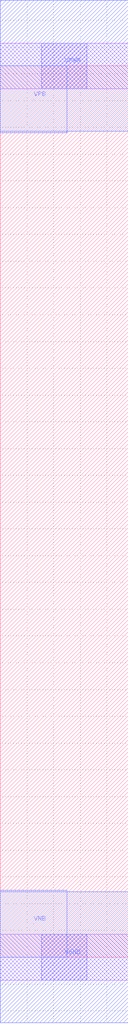
<source format=lef>
# Copyright 2020 The SkyWater PDK Authors
#
# Licensed under the Apache License, Version 2.0 (the "License");
# you may not use this file except in compliance with the License.
# You may obtain a copy of the License at
#
#     https://www.apache.org/licenses/LICENSE-2.0
#
# Unless required by applicable law or agreed to in writing, software
# distributed under the License is distributed on an "AS IS" BASIS,
# WITHOUT WARRANTIES OR CONDITIONS OF ANY KIND, either express or implied.
# See the License for the specific language governing permissions and
# limitations under the License.
#
# SPDX-License-Identifier: Apache-2.0

VERSION 5.5 ;
NAMESCASESENSITIVE ON ;
BUSBITCHARS "[]" ;
DIVIDERCHAR "/" ;
MACRO sky130_fd_sc_ms__fill_1
  CLASS CORE SPACER ;
  SOURCE USER ;
  ORIGIN  0.000000  0.000000 ;
  SIZE  0.480000 BY  3.330000 ;
  SYMMETRY X Y ;
  SITE unit ;
  PIN VGND
    DIRECTION INOUT ;
    USE GROUND ;
    PORT
      LAYER met1 ;
        RECT 0.000000 -0.245000 0.480000 0.245000 ;
    END
  END VGND
  PIN VNB
    DIRECTION INOUT ;
    USE GROUND ;
    PORT
    END
  END VNB
  PIN VPB
    DIRECTION INOUT ;
    USE POWER ;
    PORT
    END
  END VPB
  PIN VNB
    DIRECTION INOUT ;
    USE GROUND ;
    PORT
      LAYER met1 ;
        RECT 0.000000 0.000000 0.250000 0.250000 ;
    END
  END VNB
  PIN VPB
    DIRECTION INOUT ;
    USE POWER ;
    PORT
      LAYER met1 ;
        RECT 0.000000 3.080000 0.250000 3.330000 ;
    END
  END VPB
  PIN VPWR
    DIRECTION INOUT ;
    USE POWER ;
    PORT
      LAYER met1 ;
        RECT 0.000000 3.085000 0.480000 3.575000 ;
    END
  END VPWR
  OBS
    LAYER li1 ;
      RECT 0.000000 -0.085000 0.480000 0.085000 ;
      RECT 0.000000  3.245000 0.480000 3.415000 ;
    LAYER mcon ;
      RECT 0.155000 -0.085000 0.325000 0.085000 ;
      RECT 0.155000  3.245000 0.325000 3.415000 ;
  END
END sky130_fd_sc_ms__fill_1
END LIBRARY

</source>
